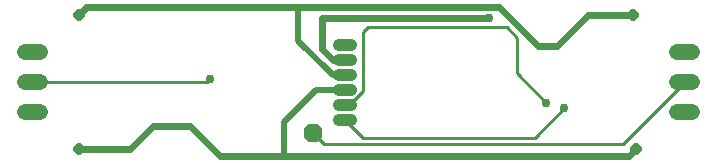
<source format=gbr>
G04 EAGLE Gerber RS-274X export*
G75*
%MOMM*%
%FSLAX34Y34*%
%LPD*%
%INBottom Copper*%
%IPPOS*%
%AMOC8*
5,1,8,0,0,1.08239X$1,22.5*%
G01*
%ADD10C,1.320800*%
%ADD11C,1.008000*%
%ADD12P,1.732040X8X202.500000*%
%ADD13C,0.254000*%
%ADD14C,0.756400*%
%ADD15P,1.035198X8X22.500000*%
%ADD16C,0.609600*%
%ADD17C,0.508000*%


D10*
X41604Y47100D02*
X28396Y47100D01*
X28396Y72500D02*
X41604Y72500D01*
X41604Y97900D02*
X28396Y97900D01*
X580396Y97900D02*
X593604Y97900D01*
X593604Y72500D02*
X580396Y72500D01*
X580396Y47100D02*
X593604Y47100D01*
D11*
X304540Y103550D02*
X294460Y103550D01*
X294460Y90850D02*
X304540Y90850D01*
X304540Y78150D02*
X294460Y78150D01*
X294460Y65450D02*
X304540Y65450D01*
X304540Y52750D02*
X294460Y52750D01*
X294460Y40050D02*
X304540Y40050D01*
D12*
X272500Y29000D03*
D13*
X534500Y20000D02*
X587000Y72500D01*
X281500Y20000D02*
X272500Y29000D01*
X281500Y20000D02*
X534500Y20000D01*
X182500Y72500D02*
X35000Y72500D01*
X182500Y72500D02*
X185000Y75000D01*
D14*
X185000Y75000D03*
D15*
X545500Y16000D03*
X74000Y15704D03*
D16*
X117204Y15704D01*
X136500Y35000D01*
X168500Y35000D01*
X193340Y10160D01*
X539660Y10160D02*
X545500Y16000D01*
X247991Y10160D02*
X193340Y10160D01*
X247991Y10160D02*
X539660Y10160D01*
D17*
X299500Y65450D02*
X275061Y65450D01*
X247991Y38380D01*
X247991Y10160D01*
D15*
X543500Y129296D03*
X74000Y129000D03*
D16*
X505296Y129296D02*
X543500Y129296D01*
X478500Y102500D02*
X463000Y102500D01*
X430000Y135500D01*
X80500Y135500D02*
X74000Y129000D01*
X478500Y102500D02*
X505296Y129296D01*
X430000Y135500D02*
X260000Y135500D01*
X80500Y135500D01*
D17*
X289500Y78150D02*
X299500Y78150D01*
X289500Y78150D02*
X285904Y81746D01*
X285689Y81746D01*
X260000Y107435D01*
X260000Y135500D01*
D14*
X470000Y55000D03*
D13*
X445000Y80000D01*
X445000Y110000D02*
X436270Y118730D01*
X445000Y110000D02*
X445000Y80000D01*
X315000Y64831D02*
X302919Y52750D01*
X299500Y52750D01*
X315000Y64831D02*
X315000Y115000D01*
X318730Y118730D01*
X436270Y118730D01*
D14*
X485000Y50000D03*
D13*
X460000Y25000D01*
X314550Y25000D02*
X299500Y40050D01*
X314550Y25000D02*
X460000Y25000D01*
D14*
X421270Y126270D03*
D16*
X280000Y126270D01*
X280000Y100000D01*
X289150Y90850D01*
X299500Y90850D01*
M02*

</source>
